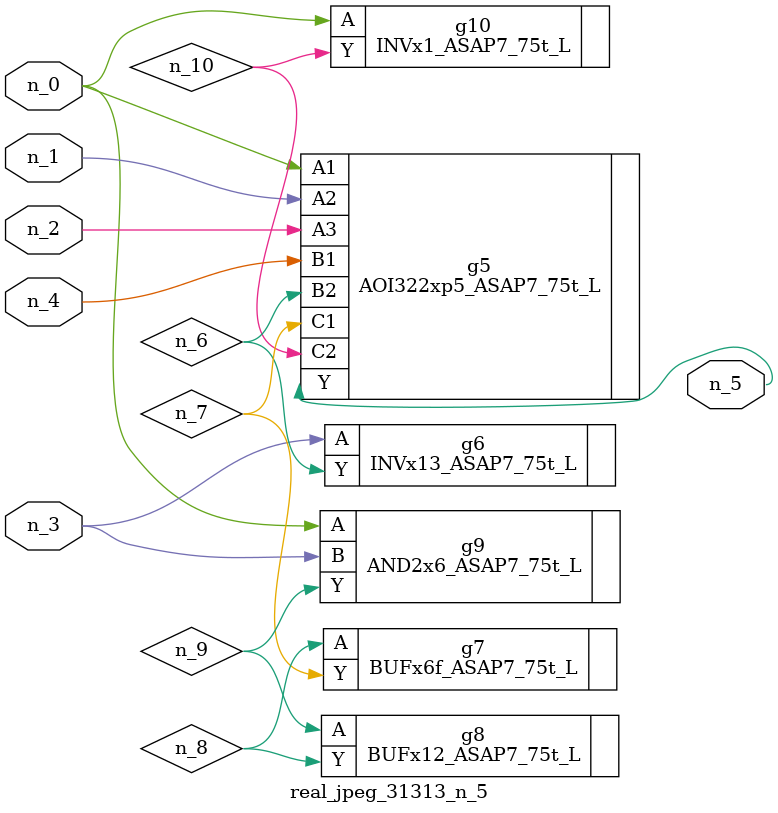
<source format=v>
module real_jpeg_31313_n_5 (n_4, n_0, n_1, n_2, n_3, n_5);

input n_4;
input n_0;
input n_1;
input n_2;
input n_3;

output n_5;

wire n_8;
wire n_6;
wire n_7;
wire n_10;
wire n_9;

AOI322xp5_ASAP7_75t_L g5 ( 
.A1(n_0),
.A2(n_1),
.A3(n_2),
.B1(n_4),
.B2(n_6),
.C1(n_7),
.C2(n_10),
.Y(n_5)
);

AND2x6_ASAP7_75t_L g9 ( 
.A(n_0),
.B(n_3),
.Y(n_9)
);

INVx1_ASAP7_75t_L g10 ( 
.A(n_0),
.Y(n_10)
);

INVx13_ASAP7_75t_L g6 ( 
.A(n_3),
.Y(n_6)
);

BUFx6f_ASAP7_75t_L g7 ( 
.A(n_8),
.Y(n_7)
);

BUFx12_ASAP7_75t_L g8 ( 
.A(n_9),
.Y(n_8)
);


endmodule
</source>
